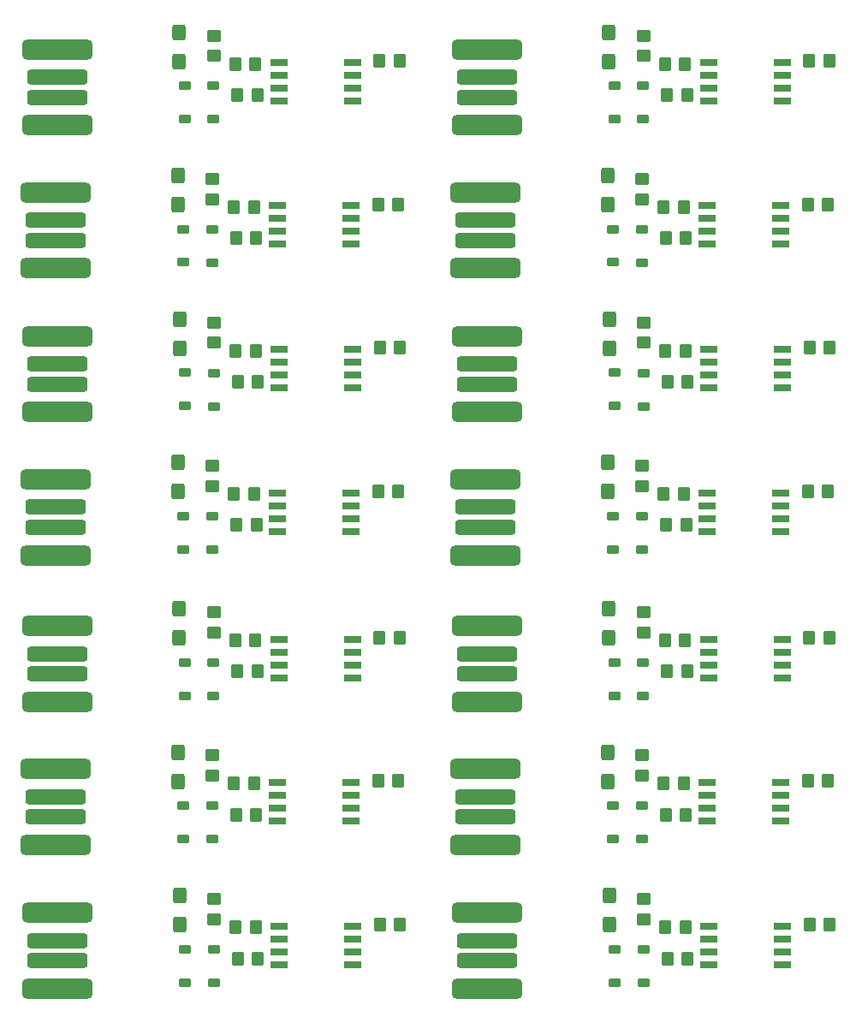
<source format=gbr>
%TF.GenerationSoftware,KiCad,Pcbnew,8.0.7*%
%TF.CreationDate,2024-12-08T11:51:20+01:00*%
%TF.ProjectId,attiny_usb_pannel Pcb Kicad,61747469-6e79-45f7-9573-625f70616e6e,rev?*%
%TF.SameCoordinates,Original*%
%TF.FileFunction,Paste,Top*%
%TF.FilePolarity,Positive*%
%FSLAX46Y46*%
G04 Gerber Fmt 4.6, Leading zero omitted, Abs format (unit mm)*
G04 Created by KiCad (PCBNEW 8.0.7) date 2024-12-08 11:51:20*
%MOMM*%
%LPD*%
G01*
G04 APERTURE LIST*
G04 Aperture macros list*
%AMRoundRect*
0 Rectangle with rounded corners*
0 $1 Rounding radius*
0 $2 $3 $4 $5 $6 $7 $8 $9 X,Y pos of 4 corners*
0 Add a 4 corners polygon primitive as box body*
4,1,4,$2,$3,$4,$5,$6,$7,$8,$9,$2,$3,0*
0 Add four circle primitives for the rounded corners*
1,1,$1+$1,$2,$3*
1,1,$1+$1,$4,$5*
1,1,$1+$1,$6,$7*
1,1,$1+$1,$8,$9*
0 Add four rect primitives between the rounded corners*
20,1,$1+$1,$2,$3,$4,$5,0*
20,1,$1+$1,$4,$5,$6,$7,0*
20,1,$1+$1,$6,$7,$8,$9,0*
20,1,$1+$1,$8,$9,$2,$3,0*%
G04 Aperture macros list end*
%ADD10RoundRect,0.225000X-0.375000X0.225000X-0.375000X-0.225000X0.375000X-0.225000X0.375000X0.225000X0*%
%ADD11RoundRect,0.250000X0.350000X0.450000X-0.350000X0.450000X-0.350000X-0.450000X0.350000X-0.450000X0*%
%ADD12RoundRect,0.250000X-0.450000X0.350000X-0.450000X-0.350000X0.450000X-0.350000X0.450000X0.350000X0*%
%ADD13RoundRect,0.250000X-0.350000X-0.450000X0.350000X-0.450000X0.350000X0.450000X-0.350000X0.450000X0*%
%ADD14RoundRect,0.500000X-3.000000X-0.500000X3.000000X-0.500000X3.000000X0.500000X-3.000000X0.500000X0*%
%ADD15RoundRect,0.375000X-2.625000X-0.375000X2.625000X-0.375000X2.625000X0.375000X-2.625000X0.375000X0*%
%ADD16RoundRect,0.250000X-0.425000X0.537500X-0.425000X-0.537500X0.425000X-0.537500X0.425000X0.537500X0*%
%ADD17R,1.700000X0.650000*%
G04 APERTURE END LIST*
D10*
%TO.C,D2*%
X139875000Y-141940400D03*
X139875000Y-145240400D03*
%TD*%
D11*
%TO.C,R1*%
X186753200Y-85806400D03*
X184753200Y-85806400D03*
%TD*%
D12*
%TO.C,R4*%
X182603800Y-94132600D03*
X182603800Y-96132600D03*
%TD*%
D13*
%TO.C,R3*%
X156322400Y-110825600D03*
X158322400Y-110825600D03*
%TD*%
D11*
%TO.C,R1*%
X144408200Y-71637400D03*
X142408200Y-71637400D03*
%TD*%
D10*
%TO.C,D2*%
X182530000Y-127771400D03*
X182530000Y-131071400D03*
%TD*%
D11*
%TO.C,R1*%
X186908200Y-128660400D03*
X184908200Y-128660400D03*
%TD*%
D14*
%TO.C,U2*%
X124586800Y-67116200D03*
D15*
X124586800Y-69866200D03*
X124586800Y-71866200D03*
D14*
X124586800Y-74616200D03*
%TD*%
D13*
%TO.C,R3*%
X198799400Y-139476600D03*
X200799400Y-139476600D03*
%TD*%
D10*
%TO.C,D2*%
X182530000Y-70748400D03*
X182530000Y-74048400D03*
%TD*%
%TO.C,D2*%
X182553000Y-99120400D03*
X182553000Y-102420400D03*
%TD*%
D16*
%TO.C,C1*%
X136674800Y-93822100D03*
X136674800Y-96697100D03*
%TD*%
D13*
%TO.C,R3*%
X156477400Y-96656600D03*
X158477400Y-96656600D03*
%TD*%
%TO.C,R3*%
X156299400Y-139476600D03*
X158299400Y-139476600D03*
%TD*%
D14*
%TO.C,U2*%
X124609800Y-95488200D03*
D15*
X124609800Y-98238200D03*
X124609800Y-100238200D03*
D14*
X124609800Y-102988200D03*
%TD*%
D11*
%TO.C,R1*%
X186931200Y-157032400D03*
X184931200Y-157032400D03*
%TD*%
D10*
%TO.C,D3*%
X179685200Y-127747000D03*
X179685200Y-131047000D03*
%TD*%
D17*
%TO.C,U1*%
X146489200Y-125460000D03*
X146489200Y-126730000D03*
X146489200Y-128000000D03*
X146489200Y-129270000D03*
X153789200Y-129270000D03*
X153789200Y-128000000D03*
X153789200Y-126730000D03*
X153789200Y-125460000D03*
%TD*%
D11*
%TO.C,R1*%
X144408200Y-128660400D03*
X142408200Y-128660400D03*
%TD*%
D17*
%TO.C,U1*%
X188857200Y-110978000D03*
X188857200Y-112248000D03*
X188857200Y-113518000D03*
X188857200Y-114788000D03*
X196157200Y-114788000D03*
X196157200Y-113518000D03*
X196157200Y-112248000D03*
X196157200Y-110978000D03*
%TD*%
D14*
%TO.C,U2*%
X124431800Y-81285200D03*
D15*
X124431800Y-84035200D03*
X124431800Y-86035200D03*
D14*
X124431800Y-88785200D03*
%TD*%
D13*
%TO.C,R2*%
X142024600Y-139756000D03*
X144024600Y-139756000D03*
%TD*%
%TO.C,R2*%
X184679600Y-68564000D03*
X186679600Y-68564000D03*
%TD*%
D10*
%TO.C,D2*%
X140053000Y-156143400D03*
X140053000Y-159443400D03*
%TD*%
%TO.C,D2*%
X182375000Y-141940400D03*
X182375000Y-145240400D03*
%TD*%
D13*
%TO.C,R2*%
X142179600Y-68564000D03*
X144179600Y-68564000D03*
%TD*%
%TO.C,R3*%
X198799400Y-82453600D03*
X200799400Y-82453600D03*
%TD*%
%TO.C,R2*%
X184524600Y-139756000D03*
X186524600Y-139756000D03*
%TD*%
D17*
%TO.C,U1*%
X189012200Y-153832000D03*
X189012200Y-155102000D03*
X189012200Y-156372000D03*
X189012200Y-157642000D03*
X196312200Y-157642000D03*
X196312200Y-156372000D03*
X196312200Y-155102000D03*
X196312200Y-153832000D03*
%TD*%
D13*
%TO.C,R3*%
X198954400Y-125307600D03*
X200954400Y-125307600D03*
%TD*%
D10*
%TO.C,D3*%
X179685200Y-70724000D03*
X179685200Y-74024000D03*
%TD*%
D13*
%TO.C,R3*%
X156299400Y-82453600D03*
X158299400Y-82453600D03*
%TD*%
D12*
%TO.C,R4*%
X182448800Y-108301600D03*
X182448800Y-110301600D03*
%TD*%
D16*
%TO.C,C1*%
X136496800Y-136642100D03*
X136496800Y-139517100D03*
%TD*%
D10*
%TO.C,D3*%
X137030200Y-141916000D03*
X137030200Y-145216000D03*
%TD*%
D14*
%TO.C,U2*%
X166931800Y-81285200D03*
D15*
X166931800Y-84035200D03*
X166931800Y-86035200D03*
D14*
X166931800Y-88785200D03*
%TD*%
D16*
%TO.C,C1*%
X136651800Y-65450100D03*
X136651800Y-68325100D03*
%TD*%
%TO.C,C1*%
X136651800Y-122473100D03*
X136651800Y-125348100D03*
%TD*%
D13*
%TO.C,R2*%
X142202600Y-153959000D03*
X144202600Y-153959000D03*
%TD*%
D10*
%TO.C,D2*%
X182553000Y-156143400D03*
X182553000Y-159443400D03*
%TD*%
D17*
%TO.C,U1*%
X189012200Y-96809000D03*
X189012200Y-98079000D03*
X189012200Y-99349000D03*
X189012200Y-100619000D03*
X196312200Y-100619000D03*
X196312200Y-99349000D03*
X196312200Y-98079000D03*
X196312200Y-96809000D03*
%TD*%
D16*
%TO.C,C1*%
X178996800Y-79619100D03*
X178996800Y-82494100D03*
%TD*%
D11*
%TO.C,R1*%
X186908200Y-71637400D03*
X184908200Y-71637400D03*
%TD*%
D10*
%TO.C,D3*%
X179530200Y-141916000D03*
X179530200Y-145216000D03*
%TD*%
D17*
%TO.C,U1*%
X146357200Y-110978000D03*
X146357200Y-112248000D03*
X146357200Y-113518000D03*
X146357200Y-114788000D03*
X153657200Y-114788000D03*
X153657200Y-113518000D03*
X153657200Y-112248000D03*
X153657200Y-110978000D03*
%TD*%
D13*
%TO.C,R2*%
X184679600Y-125587000D03*
X186679600Y-125587000D03*
%TD*%
D17*
%TO.C,U1*%
X188989200Y-125460000D03*
X188989200Y-126730000D03*
X188989200Y-128000000D03*
X188989200Y-129270000D03*
X196289200Y-129270000D03*
X196289200Y-128000000D03*
X196289200Y-126730000D03*
X196289200Y-125460000D03*
%TD*%
D10*
%TO.C,D2*%
X139875000Y-84917400D03*
X139875000Y-88217400D03*
%TD*%
D16*
%TO.C,C1*%
X179151800Y-122473100D03*
X179151800Y-125348100D03*
%TD*%
D10*
%TO.C,D3*%
X179708200Y-99096000D03*
X179708200Y-102396000D03*
%TD*%
D11*
%TO.C,R1*%
X186776200Y-114178400D03*
X184776200Y-114178400D03*
%TD*%
%TO.C,R1*%
X144253200Y-85806400D03*
X142253200Y-85806400D03*
%TD*%
D13*
%TO.C,R2*%
X142179600Y-125587000D03*
X144179600Y-125587000D03*
%TD*%
D10*
%TO.C,D3*%
X137185200Y-127747000D03*
X137185200Y-131047000D03*
%TD*%
D13*
%TO.C,R2*%
X142024600Y-82733000D03*
X144024600Y-82733000D03*
%TD*%
D10*
%TO.C,D3*%
X137030200Y-84893000D03*
X137030200Y-88193000D03*
%TD*%
%TO.C,D3*%
X137185200Y-70724000D03*
X137185200Y-74024000D03*
%TD*%
D11*
%TO.C,R1*%
X186931200Y-100009400D03*
X184931200Y-100009400D03*
%TD*%
D14*
%TO.C,U2*%
X124454800Y-109657200D03*
D15*
X124454800Y-112407200D03*
X124454800Y-114407200D03*
D14*
X124454800Y-117157200D03*
%TD*%
D17*
%TO.C,U1*%
X188834200Y-82606000D03*
X188834200Y-83876000D03*
X188834200Y-85146000D03*
X188834200Y-86416000D03*
X196134200Y-86416000D03*
X196134200Y-85146000D03*
X196134200Y-83876000D03*
X196134200Y-82606000D03*
%TD*%
D16*
%TO.C,C1*%
X179019800Y-107991100D03*
X179019800Y-110866100D03*
%TD*%
D10*
%TO.C,D2*%
X140030000Y-70748400D03*
X140030000Y-74048400D03*
%TD*%
D12*
%TO.C,R4*%
X182580800Y-65760600D03*
X182580800Y-67760600D03*
%TD*%
D10*
%TO.C,D3*%
X137208200Y-99096000D03*
X137208200Y-102396000D03*
%TD*%
D17*
%TO.C,U1*%
X146334200Y-82606000D03*
X146334200Y-83876000D03*
X146334200Y-85146000D03*
X146334200Y-86416000D03*
X153634200Y-86416000D03*
X153634200Y-85146000D03*
X153634200Y-83876000D03*
X153634200Y-82606000D03*
%TD*%
D13*
%TO.C,R3*%
X156454400Y-68284600D03*
X158454400Y-68284600D03*
%TD*%
D10*
%TO.C,D2*%
X139898000Y-113289400D03*
X139898000Y-116589400D03*
%TD*%
D13*
%TO.C,R2*%
X142047600Y-111105000D03*
X144047600Y-111105000D03*
%TD*%
D10*
%TO.C,D3*%
X179553200Y-113265000D03*
X179553200Y-116565000D03*
%TD*%
D16*
%TO.C,C1*%
X178996800Y-136642100D03*
X178996800Y-139517100D03*
%TD*%
D12*
%TO.C,R4*%
X182603800Y-151155600D03*
X182603800Y-153155600D03*
%TD*%
%TO.C,R4*%
X139925800Y-79929600D03*
X139925800Y-81929600D03*
%TD*%
D14*
%TO.C,U2*%
X167109800Y-152511200D03*
D15*
X167109800Y-155261200D03*
X167109800Y-157261200D03*
D14*
X167109800Y-160011200D03*
%TD*%
%TO.C,U2*%
X167109800Y-95488200D03*
D15*
X167109800Y-98238200D03*
X167109800Y-100238200D03*
D14*
X167109800Y-102988200D03*
%TD*%
D10*
%TO.C,D2*%
X140053000Y-99120400D03*
X140053000Y-102420400D03*
%TD*%
D13*
%TO.C,R2*%
X184547600Y-111105000D03*
X186547600Y-111105000D03*
%TD*%
D14*
%TO.C,U2*%
X166954800Y-109657200D03*
D15*
X166954800Y-112407200D03*
X166954800Y-114407200D03*
D14*
X166954800Y-117157200D03*
%TD*%
D17*
%TO.C,U1*%
X146512200Y-153832000D03*
X146512200Y-155102000D03*
X146512200Y-156372000D03*
X146512200Y-157642000D03*
X153812200Y-157642000D03*
X153812200Y-156372000D03*
X153812200Y-155102000D03*
X153812200Y-153832000D03*
%TD*%
D14*
%TO.C,U2*%
X167086800Y-67116200D03*
D15*
X167086800Y-69866200D03*
X167086800Y-71866200D03*
D14*
X167086800Y-74616200D03*
%TD*%
D12*
%TO.C,R4*%
X182425800Y-79929600D03*
X182425800Y-81929600D03*
%TD*%
D13*
%TO.C,R3*%
X198954400Y-68284600D03*
X200954400Y-68284600D03*
%TD*%
D10*
%TO.C,D3*%
X179708200Y-156119000D03*
X179708200Y-159419000D03*
%TD*%
D14*
%TO.C,U2*%
X166931800Y-138308200D03*
D15*
X166931800Y-141058200D03*
X166931800Y-143058200D03*
D14*
X166931800Y-145808200D03*
%TD*%
D16*
%TO.C,C1*%
X179151800Y-65450100D03*
X179151800Y-68325100D03*
%TD*%
D13*
%TO.C,R3*%
X156477400Y-153679600D03*
X158477400Y-153679600D03*
%TD*%
D14*
%TO.C,U2*%
X124431800Y-138308200D03*
D15*
X124431800Y-141058200D03*
X124431800Y-143058200D03*
D14*
X124431800Y-145808200D03*
%TD*%
D16*
%TO.C,C1*%
X136519800Y-107991100D03*
X136519800Y-110866100D03*
%TD*%
D13*
%TO.C,R2*%
X184702600Y-153959000D03*
X186702600Y-153959000D03*
%TD*%
D17*
%TO.C,U1*%
X188989200Y-68437000D03*
X188989200Y-69707000D03*
X188989200Y-70977000D03*
X188989200Y-72247000D03*
X196289200Y-72247000D03*
X196289200Y-70977000D03*
X196289200Y-69707000D03*
X196289200Y-68437000D03*
%TD*%
D16*
%TO.C,C1*%
X179174800Y-93822100D03*
X179174800Y-96697100D03*
%TD*%
D11*
%TO.C,R1*%
X144431200Y-100009400D03*
X142431200Y-100009400D03*
%TD*%
D10*
%TO.C,D2*%
X140030000Y-127771400D03*
X140030000Y-131071400D03*
%TD*%
D17*
%TO.C,U1*%
X146334200Y-139629000D03*
X146334200Y-140899000D03*
X146334200Y-142169000D03*
X146334200Y-143439000D03*
X153634200Y-143439000D03*
X153634200Y-142169000D03*
X153634200Y-140899000D03*
X153634200Y-139629000D03*
%TD*%
D12*
%TO.C,R4*%
X140080800Y-122783600D03*
X140080800Y-124783600D03*
%TD*%
D13*
%TO.C,R3*%
X156454400Y-125307600D03*
X158454400Y-125307600D03*
%TD*%
D10*
%TO.C,D3*%
X179530200Y-84893000D03*
X179530200Y-88193000D03*
%TD*%
D13*
%TO.C,R3*%
X198822400Y-110825600D03*
X200822400Y-110825600D03*
%TD*%
D12*
%TO.C,R4*%
X182425800Y-136952600D03*
X182425800Y-138952600D03*
%TD*%
D13*
%TO.C,R2*%
X184702600Y-96936000D03*
X186702600Y-96936000D03*
%TD*%
%TO.C,R3*%
X198977400Y-96656600D03*
X200977400Y-96656600D03*
%TD*%
D10*
%TO.C,D3*%
X137208200Y-156119000D03*
X137208200Y-159419000D03*
%TD*%
D11*
%TO.C,R1*%
X144253200Y-142829400D03*
X142253200Y-142829400D03*
%TD*%
D10*
%TO.C,D3*%
X137053200Y-113265000D03*
X137053200Y-116565000D03*
%TD*%
D11*
%TO.C,R1*%
X144276200Y-114178400D03*
X142276200Y-114178400D03*
%TD*%
D17*
%TO.C,U1*%
X146512200Y-96809000D03*
X146512200Y-98079000D03*
X146512200Y-99349000D03*
X146512200Y-100619000D03*
X153812200Y-100619000D03*
X153812200Y-99349000D03*
X153812200Y-98079000D03*
X153812200Y-96809000D03*
%TD*%
D14*
%TO.C,U2*%
X124586800Y-124139200D03*
D15*
X124586800Y-126889200D03*
X124586800Y-128889200D03*
D14*
X124586800Y-131639200D03*
%TD*%
D13*
%TO.C,R2*%
X142202600Y-96936000D03*
X144202600Y-96936000D03*
%TD*%
D16*
%TO.C,C1*%
X136674800Y-150845100D03*
X136674800Y-153720100D03*
%TD*%
D11*
%TO.C,R1*%
X144431200Y-157032400D03*
X142431200Y-157032400D03*
%TD*%
D12*
%TO.C,R4*%
X140103800Y-151155600D03*
X140103800Y-153155600D03*
%TD*%
D16*
%TO.C,C1*%
X136496800Y-79619100D03*
X136496800Y-82494100D03*
%TD*%
D14*
%TO.C,U2*%
X167086800Y-124139200D03*
D15*
X167086800Y-126889200D03*
X167086800Y-128889200D03*
D14*
X167086800Y-131639200D03*
%TD*%
D11*
%TO.C,R1*%
X186753200Y-142829400D03*
X184753200Y-142829400D03*
%TD*%
D17*
%TO.C,U1*%
X146489200Y-68437000D03*
X146489200Y-69707000D03*
X146489200Y-70977000D03*
X146489200Y-72247000D03*
X153789200Y-72247000D03*
X153789200Y-70977000D03*
X153789200Y-69707000D03*
X153789200Y-68437000D03*
%TD*%
D12*
%TO.C,R4*%
X139948800Y-108301600D03*
X139948800Y-110301600D03*
%TD*%
D17*
%TO.C,U1*%
X188834200Y-139629000D03*
X188834200Y-140899000D03*
X188834200Y-142169000D03*
X188834200Y-143439000D03*
X196134200Y-143439000D03*
X196134200Y-142169000D03*
X196134200Y-140899000D03*
X196134200Y-139629000D03*
%TD*%
D13*
%TO.C,R3*%
X198977400Y-153679600D03*
X200977400Y-153679600D03*
%TD*%
%TO.C,R2*%
X184524600Y-82733000D03*
X186524600Y-82733000D03*
%TD*%
D12*
%TO.C,R4*%
X140103800Y-94132600D03*
X140103800Y-96132600D03*
%TD*%
%TO.C,R4*%
X140080800Y-65760600D03*
X140080800Y-67760600D03*
%TD*%
D10*
%TO.C,D2*%
X182398000Y-113289400D03*
X182398000Y-116589400D03*
%TD*%
D12*
%TO.C,R4*%
X182580800Y-122783600D03*
X182580800Y-124783600D03*
%TD*%
D14*
%TO.C,U2*%
X124609800Y-152511200D03*
D15*
X124609800Y-155261200D03*
X124609800Y-157261200D03*
D14*
X124609800Y-160011200D03*
%TD*%
D16*
%TO.C,C1*%
X179174800Y-150845100D03*
X179174800Y-153720100D03*
%TD*%
D10*
%TO.C,D2*%
X182375000Y-84917400D03*
X182375000Y-88217400D03*
%TD*%
D12*
%TO.C,R4*%
X139925800Y-136952600D03*
X139925800Y-138952600D03*
%TD*%
M02*

</source>
